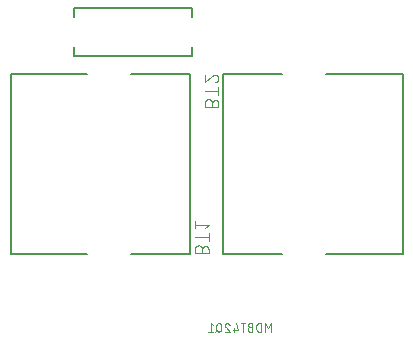
<source format=gbr>
G04 EAGLE Gerber RS-274X export*
G75*
%MOMM*%
%FSLAX34Y34*%
%LPD*%
%INSilkscreen Bottom*%
%IPPOS*%
%AMOC8*
5,1,8,0,0,1.08239X$1,22.5*%
G01*
%ADD10C,0.127000*%
%ADD11C,0.101600*%
%ADD12C,0.050800*%


D10*
X216520Y51000D02*
X266720Y51000D01*
X266720Y203000D01*
X216520Y203000D01*
X179720Y51000D02*
X114720Y51000D01*
X114720Y203000D01*
X179720Y203000D01*
D11*
X277119Y54754D02*
X277119Y51508D01*
X277120Y54754D02*
X277118Y54867D01*
X277112Y54980D01*
X277102Y55093D01*
X277088Y55206D01*
X277071Y55318D01*
X277049Y55429D01*
X277024Y55539D01*
X276994Y55649D01*
X276961Y55757D01*
X276924Y55864D01*
X276884Y55970D01*
X276839Y56074D01*
X276791Y56177D01*
X276740Y56278D01*
X276685Y56377D01*
X276627Y56474D01*
X276565Y56569D01*
X276500Y56662D01*
X276432Y56752D01*
X276361Y56840D01*
X276286Y56926D01*
X276209Y57009D01*
X276129Y57089D01*
X276046Y57166D01*
X275960Y57241D01*
X275872Y57312D01*
X275782Y57380D01*
X275689Y57445D01*
X275594Y57507D01*
X275497Y57565D01*
X275398Y57620D01*
X275297Y57671D01*
X275194Y57719D01*
X275090Y57764D01*
X274984Y57804D01*
X274877Y57841D01*
X274769Y57874D01*
X274659Y57904D01*
X274549Y57929D01*
X274438Y57951D01*
X274326Y57968D01*
X274213Y57982D01*
X274100Y57992D01*
X273987Y57998D01*
X273874Y58000D01*
X273761Y57998D01*
X273648Y57992D01*
X273535Y57982D01*
X273422Y57968D01*
X273310Y57951D01*
X273199Y57929D01*
X273089Y57904D01*
X272979Y57874D01*
X272871Y57841D01*
X272764Y57804D01*
X272658Y57764D01*
X272554Y57719D01*
X272451Y57671D01*
X272350Y57620D01*
X272251Y57565D01*
X272154Y57507D01*
X272059Y57445D01*
X271966Y57380D01*
X271876Y57312D01*
X271788Y57241D01*
X271702Y57166D01*
X271619Y57089D01*
X271539Y57009D01*
X271462Y56926D01*
X271387Y56840D01*
X271316Y56752D01*
X271248Y56662D01*
X271183Y56569D01*
X271121Y56474D01*
X271063Y56377D01*
X271008Y56278D01*
X270957Y56177D01*
X270909Y56074D01*
X270864Y55970D01*
X270824Y55864D01*
X270787Y55757D01*
X270754Y55649D01*
X270724Y55539D01*
X270699Y55429D01*
X270677Y55318D01*
X270660Y55206D01*
X270646Y55093D01*
X270636Y54980D01*
X270630Y54867D01*
X270628Y54754D01*
X270628Y51508D01*
X282312Y51508D01*
X282312Y54754D01*
X282310Y54855D01*
X282304Y54955D01*
X282294Y55055D01*
X282281Y55155D01*
X282263Y55254D01*
X282242Y55353D01*
X282217Y55450D01*
X282188Y55547D01*
X282155Y55642D01*
X282119Y55736D01*
X282079Y55828D01*
X282036Y55919D01*
X281989Y56008D01*
X281939Y56095D01*
X281885Y56181D01*
X281828Y56264D01*
X281768Y56344D01*
X281705Y56423D01*
X281638Y56499D01*
X281569Y56572D01*
X281497Y56642D01*
X281423Y56710D01*
X281346Y56775D01*
X281266Y56836D01*
X281184Y56895D01*
X281100Y56950D01*
X281014Y57002D01*
X280926Y57051D01*
X280836Y57096D01*
X280744Y57138D01*
X280651Y57176D01*
X280556Y57210D01*
X280461Y57241D01*
X280364Y57268D01*
X280266Y57291D01*
X280167Y57311D01*
X280067Y57326D01*
X279967Y57338D01*
X279867Y57346D01*
X279766Y57350D01*
X279666Y57350D01*
X279565Y57346D01*
X279465Y57338D01*
X279365Y57326D01*
X279265Y57311D01*
X279166Y57291D01*
X279068Y57268D01*
X278971Y57241D01*
X278876Y57210D01*
X278781Y57176D01*
X278688Y57138D01*
X278596Y57096D01*
X278506Y57051D01*
X278418Y57002D01*
X278332Y56950D01*
X278248Y56895D01*
X278166Y56836D01*
X278086Y56775D01*
X278009Y56710D01*
X277935Y56642D01*
X277863Y56572D01*
X277794Y56499D01*
X277727Y56423D01*
X277664Y56344D01*
X277604Y56264D01*
X277547Y56181D01*
X277493Y56095D01*
X277443Y56008D01*
X277396Y55919D01*
X277353Y55828D01*
X277313Y55736D01*
X277277Y55642D01*
X277244Y55547D01*
X277215Y55450D01*
X277190Y55353D01*
X277169Y55254D01*
X277151Y55155D01*
X277138Y55055D01*
X277128Y54955D01*
X277122Y54855D01*
X277120Y54754D01*
X282312Y64871D02*
X270628Y64871D01*
X282312Y61626D02*
X282312Y68117D01*
X279716Y72294D02*
X282312Y75539D01*
X270628Y75539D01*
X270628Y72294D02*
X270628Y78785D01*
D10*
X294620Y203000D02*
X344820Y203000D01*
X294620Y203000D02*
X294620Y51000D01*
X344820Y51000D01*
X381620Y203000D02*
X446620Y203000D01*
X446620Y51000D01*
X381620Y51000D01*
D11*
X285519Y175215D02*
X285519Y178461D01*
X285520Y178461D02*
X285518Y178574D01*
X285512Y178687D01*
X285502Y178800D01*
X285488Y178913D01*
X285471Y179025D01*
X285449Y179136D01*
X285424Y179246D01*
X285394Y179356D01*
X285361Y179464D01*
X285324Y179571D01*
X285284Y179677D01*
X285239Y179781D01*
X285191Y179884D01*
X285140Y179985D01*
X285085Y180084D01*
X285027Y180181D01*
X284965Y180276D01*
X284900Y180369D01*
X284832Y180459D01*
X284761Y180547D01*
X284686Y180633D01*
X284609Y180716D01*
X284529Y180796D01*
X284446Y180873D01*
X284360Y180948D01*
X284272Y181019D01*
X284182Y181087D01*
X284089Y181152D01*
X283994Y181214D01*
X283897Y181272D01*
X283798Y181327D01*
X283697Y181378D01*
X283594Y181426D01*
X283490Y181471D01*
X283384Y181511D01*
X283277Y181548D01*
X283169Y181581D01*
X283059Y181611D01*
X282949Y181636D01*
X282838Y181658D01*
X282726Y181675D01*
X282613Y181689D01*
X282500Y181699D01*
X282387Y181705D01*
X282274Y181707D01*
X282161Y181705D01*
X282048Y181699D01*
X281935Y181689D01*
X281822Y181675D01*
X281710Y181658D01*
X281599Y181636D01*
X281489Y181611D01*
X281379Y181581D01*
X281271Y181548D01*
X281164Y181511D01*
X281058Y181471D01*
X280954Y181426D01*
X280851Y181378D01*
X280750Y181327D01*
X280651Y181272D01*
X280554Y181214D01*
X280459Y181152D01*
X280366Y181087D01*
X280276Y181019D01*
X280188Y180948D01*
X280102Y180873D01*
X280019Y180796D01*
X279939Y180716D01*
X279862Y180633D01*
X279787Y180547D01*
X279716Y180459D01*
X279648Y180369D01*
X279583Y180276D01*
X279521Y180181D01*
X279463Y180084D01*
X279408Y179985D01*
X279357Y179884D01*
X279309Y179781D01*
X279264Y179677D01*
X279224Y179571D01*
X279187Y179464D01*
X279154Y179356D01*
X279124Y179246D01*
X279099Y179136D01*
X279077Y179025D01*
X279060Y178913D01*
X279046Y178800D01*
X279036Y178687D01*
X279030Y178574D01*
X279028Y178461D01*
X279028Y175215D01*
X290712Y175215D01*
X290712Y178461D01*
X290710Y178562D01*
X290704Y178662D01*
X290694Y178762D01*
X290681Y178862D01*
X290663Y178961D01*
X290642Y179060D01*
X290617Y179157D01*
X290588Y179254D01*
X290555Y179349D01*
X290519Y179443D01*
X290479Y179535D01*
X290436Y179626D01*
X290389Y179715D01*
X290339Y179802D01*
X290285Y179888D01*
X290228Y179971D01*
X290168Y180051D01*
X290105Y180130D01*
X290038Y180206D01*
X289969Y180279D01*
X289897Y180349D01*
X289823Y180417D01*
X289746Y180482D01*
X289666Y180543D01*
X289584Y180602D01*
X289500Y180657D01*
X289414Y180709D01*
X289326Y180758D01*
X289236Y180803D01*
X289144Y180845D01*
X289051Y180883D01*
X288956Y180917D01*
X288861Y180948D01*
X288764Y180975D01*
X288666Y180998D01*
X288567Y181018D01*
X288467Y181033D01*
X288367Y181045D01*
X288267Y181053D01*
X288166Y181057D01*
X288066Y181057D01*
X287965Y181053D01*
X287865Y181045D01*
X287765Y181033D01*
X287665Y181018D01*
X287566Y180998D01*
X287468Y180975D01*
X287371Y180948D01*
X287276Y180917D01*
X287181Y180883D01*
X287088Y180845D01*
X286996Y180803D01*
X286906Y180758D01*
X286818Y180709D01*
X286732Y180657D01*
X286648Y180602D01*
X286566Y180543D01*
X286486Y180482D01*
X286409Y180417D01*
X286335Y180349D01*
X286263Y180279D01*
X286194Y180206D01*
X286127Y180130D01*
X286064Y180051D01*
X286004Y179971D01*
X285947Y179888D01*
X285893Y179802D01*
X285843Y179715D01*
X285796Y179626D01*
X285753Y179535D01*
X285713Y179443D01*
X285677Y179349D01*
X285644Y179254D01*
X285615Y179157D01*
X285590Y179060D01*
X285569Y178961D01*
X285551Y178862D01*
X285538Y178762D01*
X285528Y178662D01*
X285522Y178562D01*
X285520Y178461D01*
X290712Y188578D02*
X279028Y188578D01*
X290712Y185333D02*
X290712Y191824D01*
X290712Y199571D02*
X290710Y199678D01*
X290704Y199784D01*
X290694Y199890D01*
X290681Y199996D01*
X290663Y200102D01*
X290642Y200206D01*
X290617Y200310D01*
X290588Y200413D01*
X290556Y200514D01*
X290519Y200614D01*
X290479Y200713D01*
X290436Y200811D01*
X290389Y200907D01*
X290338Y201001D01*
X290284Y201093D01*
X290227Y201183D01*
X290167Y201271D01*
X290103Y201356D01*
X290036Y201439D01*
X289966Y201520D01*
X289894Y201598D01*
X289818Y201674D01*
X289740Y201746D01*
X289659Y201816D01*
X289576Y201883D01*
X289491Y201947D01*
X289403Y202007D01*
X289313Y202064D01*
X289221Y202118D01*
X289127Y202169D01*
X289031Y202216D01*
X288933Y202259D01*
X288834Y202299D01*
X288734Y202336D01*
X288633Y202368D01*
X288530Y202397D01*
X288426Y202422D01*
X288322Y202443D01*
X288216Y202461D01*
X288110Y202474D01*
X288004Y202484D01*
X287898Y202490D01*
X287791Y202492D01*
X290712Y199571D02*
X290710Y199450D01*
X290704Y199329D01*
X290694Y199209D01*
X290681Y199088D01*
X290663Y198969D01*
X290642Y198849D01*
X290617Y198731D01*
X290588Y198614D01*
X290555Y198497D01*
X290519Y198382D01*
X290478Y198268D01*
X290435Y198155D01*
X290387Y198043D01*
X290336Y197934D01*
X290281Y197826D01*
X290223Y197719D01*
X290162Y197615D01*
X290097Y197513D01*
X290029Y197413D01*
X289958Y197315D01*
X289884Y197219D01*
X289807Y197126D01*
X289726Y197036D01*
X289643Y196948D01*
X289557Y196863D01*
X289468Y196780D01*
X289377Y196701D01*
X289283Y196624D01*
X289187Y196551D01*
X289089Y196481D01*
X288988Y196414D01*
X288885Y196350D01*
X288780Y196290D01*
X288673Y196233D01*
X288565Y196179D01*
X288455Y196129D01*
X288343Y196083D01*
X288230Y196040D01*
X288115Y196001D01*
X285519Y201519D02*
X285596Y201598D01*
X285677Y201674D01*
X285760Y201747D01*
X285845Y201817D01*
X285933Y201884D01*
X286023Y201948D01*
X286115Y202008D01*
X286210Y202065D01*
X286306Y202119D01*
X286404Y202170D01*
X286504Y202217D01*
X286606Y202261D01*
X286709Y202301D01*
X286813Y202337D01*
X286919Y202369D01*
X287025Y202398D01*
X287133Y202423D01*
X287241Y202445D01*
X287351Y202462D01*
X287460Y202476D01*
X287570Y202485D01*
X287681Y202491D01*
X287791Y202493D01*
X285519Y201518D02*
X279028Y196001D01*
X279028Y202492D01*
D12*
X335026Y-7874D02*
X335026Y-14986D01*
X332655Y-11825D02*
X335026Y-7874D01*
X332655Y-11825D02*
X330285Y-7874D01*
X330285Y-14986D01*
X326859Y-14986D02*
X326859Y-7874D01*
X324883Y-7874D01*
X324797Y-7876D01*
X324711Y-7882D01*
X324625Y-7891D01*
X324540Y-7904D01*
X324455Y-7921D01*
X324372Y-7941D01*
X324289Y-7965D01*
X324207Y-7993D01*
X324127Y-8024D01*
X324048Y-8059D01*
X323971Y-8097D01*
X323895Y-8139D01*
X323821Y-8183D01*
X323750Y-8231D01*
X323680Y-8282D01*
X323613Y-8336D01*
X323548Y-8393D01*
X323486Y-8453D01*
X323426Y-8515D01*
X323369Y-8580D01*
X323315Y-8647D01*
X323264Y-8717D01*
X323216Y-8788D01*
X323172Y-8862D01*
X323130Y-8938D01*
X323092Y-9015D01*
X323057Y-9094D01*
X323026Y-9174D01*
X322998Y-9256D01*
X322974Y-9339D01*
X322954Y-9422D01*
X322937Y-9507D01*
X322924Y-9592D01*
X322915Y-9678D01*
X322909Y-9764D01*
X322907Y-9850D01*
X322907Y-13010D01*
X322909Y-13096D01*
X322915Y-13182D01*
X322924Y-13268D01*
X322937Y-13353D01*
X322954Y-13438D01*
X322974Y-13521D01*
X322998Y-13604D01*
X323026Y-13686D01*
X323057Y-13766D01*
X323092Y-13845D01*
X323130Y-13922D01*
X323172Y-13998D01*
X323216Y-14072D01*
X323264Y-14143D01*
X323315Y-14213D01*
X323369Y-14280D01*
X323426Y-14345D01*
X323486Y-14407D01*
X323548Y-14467D01*
X323613Y-14524D01*
X323680Y-14578D01*
X323750Y-14629D01*
X323821Y-14677D01*
X323895Y-14721D01*
X323971Y-14763D01*
X324048Y-14801D01*
X324127Y-14836D01*
X324207Y-14867D01*
X324289Y-14895D01*
X324372Y-14919D01*
X324455Y-14939D01*
X324540Y-14956D01*
X324625Y-14969D01*
X324711Y-14978D01*
X324797Y-14984D01*
X324883Y-14986D01*
X326859Y-14986D01*
X319450Y-11035D02*
X317475Y-11035D01*
X317475Y-11034D02*
X317388Y-11036D01*
X317300Y-11042D01*
X317213Y-11051D01*
X317127Y-11065D01*
X317041Y-11082D01*
X316957Y-11103D01*
X316873Y-11128D01*
X316790Y-11157D01*
X316709Y-11189D01*
X316629Y-11224D01*
X316551Y-11263D01*
X316474Y-11306D01*
X316400Y-11352D01*
X316328Y-11401D01*
X316258Y-11453D01*
X316190Y-11509D01*
X316125Y-11567D01*
X316062Y-11628D01*
X316003Y-11692D01*
X315946Y-11759D01*
X315892Y-11827D01*
X315841Y-11899D01*
X315794Y-11972D01*
X315749Y-12047D01*
X315708Y-12125D01*
X315671Y-12204D01*
X315637Y-12284D01*
X315607Y-12366D01*
X315580Y-12449D01*
X315557Y-12534D01*
X315538Y-12619D01*
X315523Y-12705D01*
X315511Y-12792D01*
X315503Y-12879D01*
X315499Y-12966D01*
X315499Y-13054D01*
X315503Y-13141D01*
X315511Y-13228D01*
X315523Y-13315D01*
X315538Y-13401D01*
X315557Y-13486D01*
X315580Y-13571D01*
X315607Y-13654D01*
X315637Y-13736D01*
X315671Y-13816D01*
X315708Y-13895D01*
X315749Y-13973D01*
X315794Y-14048D01*
X315841Y-14121D01*
X315892Y-14193D01*
X315946Y-14261D01*
X316003Y-14328D01*
X316062Y-14392D01*
X316125Y-14453D01*
X316190Y-14511D01*
X316258Y-14567D01*
X316328Y-14619D01*
X316400Y-14668D01*
X316474Y-14714D01*
X316551Y-14757D01*
X316629Y-14796D01*
X316709Y-14831D01*
X316790Y-14863D01*
X316873Y-14892D01*
X316957Y-14917D01*
X317041Y-14938D01*
X317127Y-14955D01*
X317213Y-14969D01*
X317300Y-14978D01*
X317388Y-14984D01*
X317475Y-14986D01*
X319450Y-14986D01*
X319450Y-7874D01*
X317475Y-7874D01*
X317396Y-7876D01*
X317318Y-7882D01*
X317240Y-7892D01*
X317162Y-7905D01*
X317085Y-7923D01*
X317009Y-7944D01*
X316935Y-7969D01*
X316861Y-7998D01*
X316789Y-8030D01*
X316719Y-8066D01*
X316651Y-8106D01*
X316585Y-8149D01*
X316521Y-8195D01*
X316459Y-8244D01*
X316400Y-8296D01*
X316344Y-8351D01*
X316290Y-8409D01*
X316240Y-8469D01*
X316192Y-8532D01*
X316148Y-8597D01*
X316107Y-8664D01*
X316069Y-8733D01*
X316035Y-8804D01*
X316004Y-8877D01*
X315977Y-8951D01*
X315954Y-9026D01*
X315935Y-9102D01*
X315919Y-9180D01*
X315907Y-9258D01*
X315899Y-9336D01*
X315895Y-9415D01*
X315895Y-9493D01*
X315899Y-9572D01*
X315907Y-9650D01*
X315919Y-9728D01*
X315935Y-9806D01*
X315954Y-9882D01*
X315977Y-9957D01*
X316004Y-10031D01*
X316035Y-10104D01*
X316069Y-10175D01*
X316107Y-10244D01*
X316148Y-10311D01*
X316192Y-10376D01*
X316240Y-10439D01*
X316290Y-10499D01*
X316344Y-10557D01*
X316400Y-10612D01*
X316459Y-10664D01*
X316521Y-10713D01*
X316585Y-10759D01*
X316651Y-10802D01*
X316719Y-10842D01*
X316789Y-10878D01*
X316861Y-10910D01*
X316935Y-10939D01*
X317009Y-10964D01*
X317085Y-10985D01*
X317162Y-11003D01*
X317240Y-11016D01*
X317318Y-11026D01*
X317396Y-11032D01*
X317475Y-11034D01*
X311396Y-7874D02*
X311396Y-14986D01*
X313371Y-7874D02*
X309420Y-7874D01*
X305390Y-7874D02*
X306970Y-13406D01*
X303019Y-13406D01*
X304205Y-14986D02*
X304205Y-11825D01*
X297939Y-7874D02*
X297857Y-7876D01*
X297775Y-7882D01*
X297693Y-7891D01*
X297612Y-7904D01*
X297532Y-7921D01*
X297452Y-7942D01*
X297374Y-7966D01*
X297297Y-7994D01*
X297221Y-8025D01*
X297146Y-8060D01*
X297074Y-8099D01*
X297003Y-8140D01*
X296934Y-8185D01*
X296868Y-8233D01*
X296803Y-8284D01*
X296741Y-8338D01*
X296682Y-8395D01*
X296625Y-8454D01*
X296571Y-8516D01*
X296520Y-8581D01*
X296472Y-8647D01*
X296427Y-8716D01*
X296386Y-8787D01*
X296347Y-8859D01*
X296312Y-8934D01*
X296281Y-9010D01*
X296253Y-9087D01*
X296229Y-9165D01*
X296208Y-9245D01*
X296191Y-9325D01*
X296178Y-9406D01*
X296169Y-9488D01*
X296163Y-9570D01*
X296161Y-9652D01*
X297939Y-7874D02*
X298032Y-7876D01*
X298124Y-7882D01*
X298216Y-7891D01*
X298308Y-7904D01*
X298399Y-7921D01*
X298489Y-7941D01*
X298579Y-7965D01*
X298667Y-7993D01*
X298755Y-8025D01*
X298840Y-8059D01*
X298925Y-8098D01*
X299008Y-8139D01*
X299089Y-8184D01*
X299168Y-8233D01*
X299245Y-8284D01*
X299320Y-8339D01*
X299392Y-8396D01*
X299463Y-8456D01*
X299530Y-8520D01*
X299595Y-8585D01*
X299658Y-8654D01*
X299717Y-8725D01*
X299774Y-8798D01*
X299828Y-8874D01*
X299878Y-8951D01*
X299926Y-9031D01*
X299970Y-9113D01*
X300010Y-9196D01*
X300048Y-9281D01*
X300082Y-9367D01*
X300112Y-9454D01*
X296754Y-11035D02*
X296693Y-10974D01*
X296635Y-10911D01*
X296580Y-10845D01*
X296527Y-10777D01*
X296478Y-10706D01*
X296433Y-10634D01*
X296390Y-10559D01*
X296351Y-10483D01*
X296315Y-10404D01*
X296283Y-10325D01*
X296255Y-10244D01*
X296230Y-10161D01*
X296209Y-10078D01*
X296192Y-9994D01*
X296178Y-9909D01*
X296169Y-9824D01*
X296163Y-9738D01*
X296161Y-9652D01*
X296754Y-11035D02*
X300112Y-14986D01*
X296161Y-14986D01*
X292888Y-13010D02*
X292888Y-9850D01*
X292886Y-9763D01*
X292880Y-9675D01*
X292871Y-9588D01*
X292857Y-9502D01*
X292840Y-9416D01*
X292819Y-9332D01*
X292794Y-9248D01*
X292765Y-9165D01*
X292733Y-9084D01*
X292698Y-9004D01*
X292659Y-8926D01*
X292616Y-8849D01*
X292570Y-8775D01*
X292521Y-8703D01*
X292469Y-8633D01*
X292413Y-8565D01*
X292355Y-8500D01*
X292294Y-8437D01*
X292230Y-8378D01*
X292163Y-8321D01*
X292095Y-8267D01*
X292023Y-8216D01*
X291950Y-8169D01*
X291875Y-8124D01*
X291797Y-8083D01*
X291718Y-8046D01*
X291638Y-8012D01*
X291556Y-7982D01*
X291473Y-7955D01*
X291388Y-7932D01*
X291303Y-7913D01*
X291217Y-7898D01*
X291130Y-7886D01*
X291043Y-7878D01*
X290956Y-7874D01*
X290868Y-7874D01*
X290781Y-7878D01*
X290694Y-7886D01*
X290607Y-7898D01*
X290521Y-7913D01*
X290436Y-7932D01*
X290351Y-7955D01*
X290268Y-7982D01*
X290186Y-8012D01*
X290106Y-8046D01*
X290027Y-8083D01*
X289949Y-8124D01*
X289874Y-8169D01*
X289801Y-8216D01*
X289729Y-8267D01*
X289661Y-8321D01*
X289594Y-8378D01*
X289530Y-8437D01*
X289469Y-8500D01*
X289411Y-8565D01*
X289355Y-8633D01*
X289303Y-8703D01*
X289254Y-8775D01*
X289208Y-8849D01*
X289165Y-8926D01*
X289126Y-9004D01*
X289091Y-9084D01*
X289059Y-9165D01*
X289030Y-9248D01*
X289005Y-9332D01*
X288984Y-9416D01*
X288967Y-9502D01*
X288953Y-9588D01*
X288944Y-9675D01*
X288938Y-9763D01*
X288936Y-9850D01*
X288937Y-9850D02*
X288937Y-13010D01*
X288936Y-13010D02*
X288938Y-13097D01*
X288944Y-13185D01*
X288953Y-13272D01*
X288967Y-13358D01*
X288984Y-13444D01*
X289005Y-13528D01*
X289030Y-13612D01*
X289059Y-13695D01*
X289091Y-13776D01*
X289126Y-13856D01*
X289165Y-13934D01*
X289208Y-14011D01*
X289254Y-14085D01*
X289303Y-14157D01*
X289355Y-14227D01*
X289411Y-14295D01*
X289469Y-14360D01*
X289530Y-14423D01*
X289594Y-14482D01*
X289661Y-14539D01*
X289729Y-14593D01*
X289801Y-14644D01*
X289874Y-14691D01*
X289949Y-14736D01*
X290027Y-14777D01*
X290106Y-14814D01*
X290186Y-14848D01*
X290268Y-14878D01*
X290351Y-14905D01*
X290436Y-14928D01*
X290521Y-14947D01*
X290607Y-14962D01*
X290694Y-14974D01*
X290781Y-14982D01*
X290868Y-14986D01*
X290956Y-14986D01*
X291043Y-14982D01*
X291130Y-14974D01*
X291217Y-14962D01*
X291303Y-14947D01*
X291388Y-14928D01*
X291473Y-14905D01*
X291556Y-14878D01*
X291638Y-14848D01*
X291718Y-14814D01*
X291797Y-14777D01*
X291875Y-14736D01*
X291950Y-14691D01*
X292023Y-14644D01*
X292095Y-14593D01*
X292163Y-14539D01*
X292230Y-14482D01*
X292294Y-14423D01*
X292355Y-14360D01*
X292413Y-14295D01*
X292469Y-14227D01*
X292521Y-14157D01*
X292570Y-14085D01*
X292616Y-14011D01*
X292659Y-13934D01*
X292698Y-13856D01*
X292733Y-13776D01*
X292765Y-13695D01*
X292794Y-13612D01*
X292819Y-13528D01*
X292840Y-13444D01*
X292857Y-13358D01*
X292871Y-13272D01*
X292880Y-13185D01*
X292886Y-13097D01*
X292888Y-13010D01*
X289727Y-13406D02*
X288146Y-14986D01*
X286168Y-9454D02*
X284192Y-7874D01*
X284192Y-14986D01*
X282217Y-14986D02*
X286168Y-14986D01*
D10*
X268440Y218760D02*
X168440Y218760D01*
X238440Y258760D02*
X268440Y258760D01*
X238440Y258760D02*
X218440Y258760D01*
X198440Y258760D01*
X168440Y258760D01*
X168440Y225760D02*
X168440Y218760D01*
X168440Y251760D02*
X168440Y258760D01*
X268440Y225760D02*
X268440Y218760D01*
X268440Y251760D02*
X268440Y258760D01*
M02*

</source>
